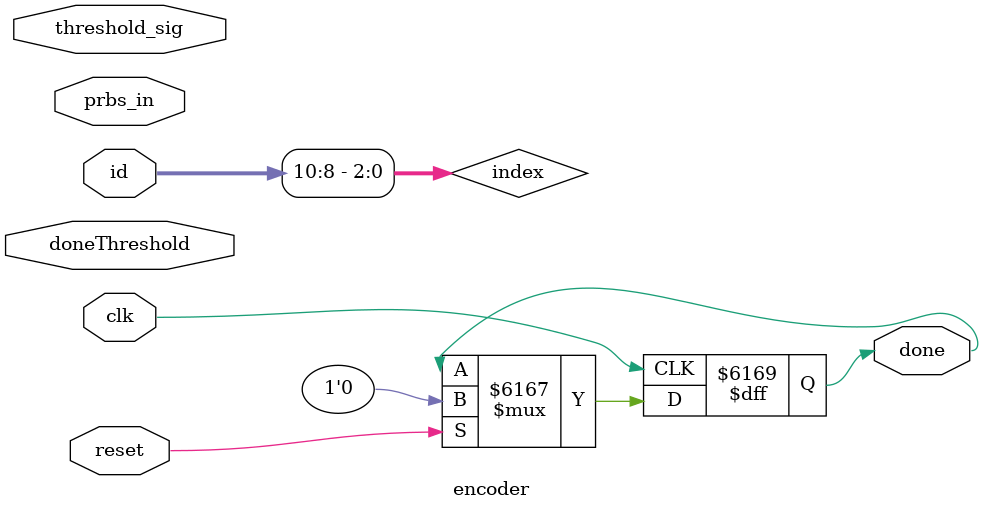
<source format=v>
`timescale 1ns / 1ps

module encoder(
    input wire clk,
    input wire reset,
    input wire doneThreshold,
    input wire signed [11 : 0] threshold_sig,
    input wire [2047 : 0] prbs_in, 
    input wire [11 : 0] id,
    
//    output reg we, // RAM signals
//    output reg [8 : 0] addr,
//    output reg signed [16 : 0] y_out,
    output reg done
    );
    
parameter M = 512, LENGTH = 256;

wire [2 : 0] index;
assign index = id[10 : 8];

reg signed [16 : 0] y [0 : 511]; //Final RAM output
reg [7 : 0] cnt;
integer j;

always @ (posedge clk) begin
    if (reset == 1) begin
        for(j = 0; j < M; j = j + 1) begin
            y[j] <= 17'b0;
        end
        done <= 1'b0;  
        cnt <= 8'b0;
    end
    
    else begin
        if(doneThreshold == 1) begin
            for(j = 0; j < 64; j = j + 1) begin
                y[j + index] <= prbs_in[{index, 8'b0} + (j >> 3) + cnt] ? (y[j + index] + threshold_sig) : (y[j + index] - threshold_sig);
            end
            cnt <= cnt + 1;
        end
//        done <= 1'b1;
    end
end
endmodule

</source>
